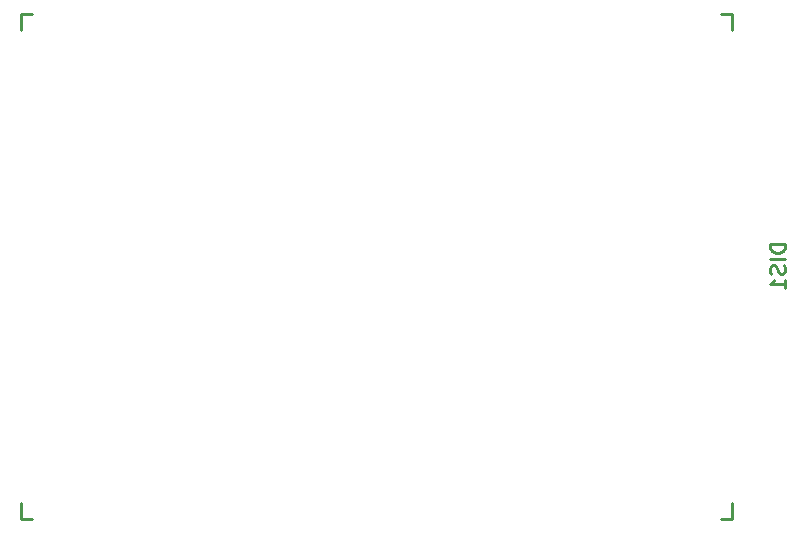
<source format=gbr>
%TF.GenerationSoftware,KiCad,Pcbnew,5.1.8-db9833491~88~ubuntu20.04.1*%
%TF.CreationDate,2020-12-01T22:06:39+01:00*%
%TF.ProjectId,licheepinano_sarau270,6c696368-6565-4706-996e-616e6f5f7361,V1.0*%
%TF.SameCoordinates,Original*%
%TF.FileFunction,Legend,Bot*%
%TF.FilePolarity,Positive*%
%FSLAX46Y46*%
G04 Gerber Fmt 4.6, Leading zero omitted, Abs format (unit mm)*
G04 Created by KiCad (PCBNEW 5.1.8-db9833491~88~ubuntu20.04.1) date 2020-12-01 22:06:39*
%MOMM*%
%LPD*%
G01*
G04 APERTURE LIST*
%ADD10C,0.120000*%
%ADD11C,0.250000*%
%ADD12C,0.254000*%
G04 APERTURE END LIST*
D10*
%TO.C,DIS1*%
X171620000Y-119650000D02*
X171620000Y-118290000D01*
D11*
X171620000Y-118290000D02*
X171620000Y-119650000D01*
X171620000Y-119650000D02*
X170620000Y-119650000D01*
X111360000Y-118290000D02*
X111360000Y-119650000D01*
X111360000Y-119650000D02*
X112360000Y-119650000D01*
X111360000Y-78290000D02*
X111360000Y-76930000D01*
X111360000Y-76930000D02*
X112360000Y-76930000D01*
X170620000Y-76930000D02*
X171620000Y-76930000D01*
X171620000Y-76930000D02*
X171620000Y-78290000D01*
D12*
X176074523Y-96385476D02*
X174804523Y-96385476D01*
X174804523Y-96687857D01*
X174865000Y-96869285D01*
X174985952Y-96990238D01*
X175106904Y-97050714D01*
X175348809Y-97111190D01*
X175530238Y-97111190D01*
X175772142Y-97050714D01*
X175893095Y-96990238D01*
X176014047Y-96869285D01*
X176074523Y-96687857D01*
X176074523Y-96385476D01*
X176074523Y-97655476D02*
X174804523Y-97655476D01*
X176014047Y-98199761D02*
X176074523Y-98381190D01*
X176074523Y-98683571D01*
X176014047Y-98804523D01*
X175953571Y-98865000D01*
X175832619Y-98925476D01*
X175711666Y-98925476D01*
X175590714Y-98865000D01*
X175530238Y-98804523D01*
X175469761Y-98683571D01*
X175409285Y-98441666D01*
X175348809Y-98320714D01*
X175288333Y-98260238D01*
X175167380Y-98199761D01*
X175046428Y-98199761D01*
X174925476Y-98260238D01*
X174865000Y-98320714D01*
X174804523Y-98441666D01*
X174804523Y-98744047D01*
X174865000Y-98925476D01*
X176074523Y-100135000D02*
X176074523Y-99409285D01*
X176074523Y-99772142D02*
X174804523Y-99772142D01*
X174985952Y-99651190D01*
X175106904Y-99530238D01*
X175167380Y-99409285D01*
%TD*%
M02*

</source>
